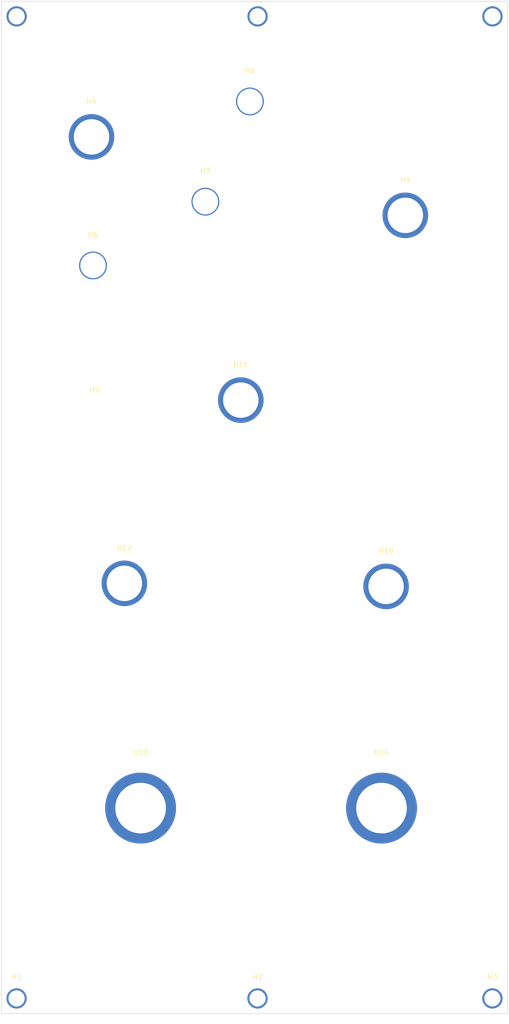
<source format=kicad_pcb>
(kicad_pcb (version 20171130) (host pcbnew "(5.1.5)-3")

  (general
    (thickness 1.6)
    (drawings 4)
    (tracks 0)
    (zones 0)
    (modules 14)
    (nets 2)
  )

  (page A4)
  (layers
    (0 F.Cu signal)
    (31 B.Cu signal)
    (32 B.Adhes user)
    (33 F.Adhes user)
    (34 B.Paste user)
    (35 F.Paste user)
    (36 B.SilkS user)
    (37 F.SilkS user)
    (38 B.Mask user)
    (39 F.Mask user)
    (40 Dwgs.User user)
    (41 Cmts.User user)
    (42 Eco1.User user)
    (43 Eco2.User user)
    (44 Edge.Cuts user)
    (45 Margin user)
    (46 B.CrtYd user)
    (47 F.CrtYd user)
    (48 B.Fab user)
    (49 F.Fab user)
  )

  (setup
    (last_trace_width 0.25)
    (trace_clearance 0.2)
    (zone_clearance 0.508)
    (zone_45_only no)
    (trace_min 0.2)
    (via_size 0.8)
    (via_drill 0.4)
    (via_min_size 0.4)
    (via_min_drill 0.3)
    (uvia_size 0.3)
    (uvia_drill 0.1)
    (uvias_allowed no)
    (uvia_min_size 0.2)
    (uvia_min_drill 0.1)
    (edge_width 0.1)
    (segment_width 0.2)
    (pcb_text_width 0.3)
    (pcb_text_size 1.5 1.5)
    (mod_edge_width 0.15)
    (mod_text_size 1 1)
    (mod_text_width 0.15)
    (pad_size 1.524 1.524)
    (pad_drill 0.762)
    (pad_to_mask_clearance 0)
    (aux_axis_origin 16.1 207.6)
    (grid_origin 16.1 207.6)
    (visible_elements 7FFFFFFF)
    (pcbplotparams
      (layerselection 0x010fc_ffffffff)
      (usegerberextensions false)
      (usegerberattributes false)
      (usegerberadvancedattributes false)
      (creategerberjobfile false)
      (excludeedgelayer true)
      (linewidth 0.100000)
      (plotframeref false)
      (viasonmask false)
      (mode 1)
      (useauxorigin false)
      (hpglpennumber 1)
      (hpglpenspeed 20)
      (hpglpendiameter 15.000000)
      (psnegative false)
      (psa4output false)
      (plotreference true)
      (plotvalue true)
      (plotinvisibletext false)
      (padsonsilk false)
      (subtractmaskfromsilk false)
      (outputformat 1)
      (mirror false)
      (drillshape 1)
      (scaleselection 1)
      (outputdirectory ""))
  )

  (net 0 "")
  (net 1 GND)

  (net_class Default "Ceci est la Netclass par défaut."
    (clearance 0.2)
    (trace_width 0.25)
    (via_dia 0.8)
    (via_drill 0.4)
    (uvia_dia 0.3)
    (uvia_drill 0.1)
    (add_net GND)
  )

  (module Kosmo_panel:Kosmo_Pot_Hole (layer F.Cu) (tedit 5EC0A7AC) (tstamp 5F0B65B8)
    (at 95.9 49.9)
    (descr "Mounting Hole 6mm")
    (tags "mounting hole 6mm")
    (path /5F0BE8D9)
    (attr virtual)
    (fp_text reference H9 (at 0 -7) (layer F.SilkS)
      (effects (font (size 1 1) (thickness 0.15)))
    )
    (fp_text value Pot_Hole (at 0 7) (layer F.Fab)
      (effects (font (size 1 1) (thickness 0.15)))
    )
    (fp_circle (center 0 0) (end 6.25 0) (layer F.CrtYd) (width 0.05))
    (fp_circle (center 0 0) (end 6 0) (layer Cmts.User) (width 0.15))
    (fp_text user %R (at 0.3 0) (layer F.Fab)
      (effects (font (size 1 1) (thickness 0.15)))
    )
    (pad 1 thru_hole circle (at 0 0) (size 9 9) (drill 7) (layers *.Cu *.Mask)
      (net 1 GND))
  )

  (module Kosmo_panel:Kosmo_Trimmer_Pot_Hole (layer F.Cu) (tedit 5EC12334) (tstamp 5F0B1EBB)
    (at 34.5 87.8)
    (descr "Mounting Hole 2.5mm, no annular")
    (tags "mounting hole 2.5mm no annular")
    (path /5F0BFE6D)
    (attr virtual)
    (fp_text reference H5 (at 0 -3.5) (layer F.SilkS)
      (effects (font (size 1 1) (thickness 0.15)))
    )
    (fp_text value Trimmer_Hole (at 0 3.5) (layer F.Fab)
      (effects (font (size 1 1) (thickness 0.15)))
    )
    (fp_circle (center 0 0) (end 2.25 0) (layer F.CrtYd) (width 0.05))
    (fp_circle (center 0 0) (end 2 0) (layer Cmts.User) (width 0.15))
    (fp_text user %R (at 0.3 0) (layer F.Fab)
      (effects (font (size 1 1) (thickness 0.15)))
    )
    (pad "" np_thru_hole circle (at 0 0) (size 2.5 2.5) (drill 2.5) (layers *.Cu *.Mask))
  )

  (module Kosmo_panel:Kosmo_Panel_Dual_Mounting_Holes locked (layer F.Cu) (tedit 5F0B1028) (tstamp 5F0B1DC6)
    (at 113.1 204.6)
    (descr "Mounting Hole 3.2mm, M3")
    (tags "mounting hole 3.2mm m3")
    (path /5F0B27C1)
    (attr virtual)
    (fp_text reference H3 (at 0 -4.2) (layer F.SilkS)
      (effects (font (size 1 1) (thickness 0.15)))
    )
    (fp_text value Panel (at 0 4.2) (layer F.Fab)
      (effects (font (size 1 1) (thickness 0.15)))
    )
    (fp_circle (center 0.0254 -193.9671) (end 3.2754 -193.9671) (layer F.CrtYd) (width 0.05))
    (fp_circle (center 0.0254 -193.9671) (end 3.0254 -193.9671) (layer Cmts.User) (width 0.15))
    (fp_text user %R (at 0.3127 -193.8782) (layer F.Fab)
      (effects (font (size 1 1) (thickness 0.15)))
    )
    (fp_text user %R (at 0.3 0) (layer F.Fab)
      (effects (font (size 1 1) (thickness 0.15)))
    )
    (fp_circle (center 0 0) (end 3 0) (layer Cmts.User) (width 0.15))
    (fp_circle (center 0 0) (end 3.25 0) (layer F.CrtYd) (width 0.05))
    (pad 1 thru_hole circle (at 0.0127 -194.0052) (size 4 4) (drill 3.2) (layers *.Cu *.Mask)
      (net 1 GND))
    (pad 1 thru_hole circle (at 0 0) (size 4 4) (drill 3.2) (layers *.Cu *.Mask)
      (net 1 GND))
  )

  (module Kosmo_panel:Kosmo_Jack_Hole (layer F.Cu) (tedit 5EC122B4) (tstamp 5F0B65E0)
    (at 91.2 167)
    (descr "Mounting Hole 6mm")
    (tags "mounting hole 6mm")
    (path /5F0CCB87)
    (attr virtual)
    (fp_text reference H14 (at 0 -11) (layer F.SilkS)
      (effects (font (size 1 1) (thickness 0.15)))
    )
    (fp_text value Jack_Hole (at 0 11) (layer F.Fab)
      (effects (font (size 1 1) (thickness 0.15)))
    )
    (fp_circle (center 0 0) (end 10 0) (layer F.CrtYd) (width 0.05))
    (fp_circle (center 0 0) (end 9.5 0) (layer Cmts.User) (width 0.15))
    (fp_text user %R (at 0.3 0) (layer F.Fab)
      (effects (font (size 1 1) (thickness 0.15)))
    )
    (pad 1 thru_hole circle (at 0 0) (size 14 14) (drill 10) (layers *.Cu *.Mask)
      (net 1 GND))
  )

  (module Kosmo_panel:Kosmo_Jack_Hole (layer F.Cu) (tedit 5EC122B4) (tstamp 5F0B65D8)
    (at 43.6 167)
    (descr "Mounting Hole 6mm")
    (tags "mounting hole 6mm")
    (path /5F0BCD70)
    (attr virtual)
    (fp_text reference H13 (at 0 -11) (layer F.SilkS)
      (effects (font (size 1 1) (thickness 0.15)))
    )
    (fp_text value Jack_Hole (at 0 11) (layer F.Fab)
      (effects (font (size 1 1) (thickness 0.15)))
    )
    (fp_circle (center 0 0) (end 10 0) (layer F.CrtYd) (width 0.05))
    (fp_circle (center 0 0) (end 9.5 0) (layer Cmts.User) (width 0.15))
    (fp_text user %R (at 0.3 0) (layer F.Fab)
      (effects (font (size 1 1) (thickness 0.15)))
    )
    (pad 1 thru_hole circle (at 0 0) (size 14 14) (drill 10) (layers *.Cu *.Mask)
      (net 1 GND))
  )

  (module Kosmo_panel:Kosmo_Pot_Hole (layer F.Cu) (tedit 5EC0A7AC) (tstamp 5F0B1E5B)
    (at 40.4 122.6)
    (descr "Mounting Hole 6mm")
    (tags "mounting hole 6mm")
    (path /5F0C91A3)
    (attr virtual)
    (fp_text reference H12 (at 0 -7) (layer F.SilkS)
      (effects (font (size 1 1) (thickness 0.15)))
    )
    (fp_text value Pot_Hole (at 0 7) (layer F.Fab)
      (effects (font (size 1 1) (thickness 0.15)))
    )
    (fp_circle (center 0 0) (end 6.25 0) (layer F.CrtYd) (width 0.05))
    (fp_circle (center 0 0) (end 6 0) (layer Cmts.User) (width 0.15))
    (fp_text user %R (at 0.3 0) (layer F.Fab)
      (effects (font (size 1 1) (thickness 0.15)))
    )
    (pad 1 thru_hole circle (at 0 0) (size 9 9) (drill 7) (layers *.Cu *.Mask)
      (net 1 GND))
  )

  (module Kosmo_panel:Kosmo_Pot_Hole (layer F.Cu) (tedit 5EC0A7AC) (tstamp 5F0B1F81)
    (at 63.4 86.4)
    (descr "Mounting Hole 6mm")
    (tags "mounting hole 6mm")
    (path /5F0C7411)
    (attr virtual)
    (fp_text reference H11 (at 0 -7) (layer F.SilkS)
      (effects (font (size 1 1) (thickness 0.15)))
    )
    (fp_text value Pot_Hole (at 0 7) (layer F.Fab)
      (effects (font (size 1 1) (thickness 0.15)))
    )
    (fp_circle (center 0 0) (end 6.25 0) (layer F.CrtYd) (width 0.05))
    (fp_circle (center 0 0) (end 6 0) (layer Cmts.User) (width 0.15))
    (fp_text user %R (at 0.3 0) (layer F.Fab)
      (effects (font (size 1 1) (thickness 0.15)))
    )
    (pad 1 thru_hole circle (at 0 0) (size 9 9) (drill 7) (layers *.Cu *.Mask)
      (net 1 GND))
  )

  (module Kosmo_panel:Kosmo_Pot_Hole (layer F.Cu) (tedit 5EC0A7AC) (tstamp 5F0B65C0)
    (at 92.1 123.2)
    (descr "Mounting Hole 6mm")
    (tags "mounting hole 6mm")
    (path /5F0C9197)
    (attr virtual)
    (fp_text reference H10 (at 0 -7) (layer F.SilkS)
      (effects (font (size 1 1) (thickness 0.15)))
    )
    (fp_text value Pot_Hole (at 0 7) (layer F.Fab)
      (effects (font (size 1 1) (thickness 0.15)))
    )
    (fp_circle (center 0 0) (end 6.25 0) (layer F.CrtYd) (width 0.05))
    (fp_circle (center 0 0) (end 6 0) (layer Cmts.User) (width 0.15))
    (fp_text user %R (at 0.3 0) (layer F.Fab)
      (effects (font (size 1 1) (thickness 0.15)))
    )
    (pad 1 thru_hole circle (at 0 0) (size 9 9) (drill 7) (layers *.Cu *.Mask)
      (net 1 GND))
  )

  (module Kosmo_panel:Kosmo_LED_Hole (layer F.Cu) (tedit 5EC1235A) (tstamp 5F0B65B0)
    (at 65.2 27.4)
    (descr "Mounting Hole 6mm")
    (tags "mounting hole 6mm")
    (path /5F0CDC08)
    (attr virtual)
    (fp_text reference H8 (at 0 -6) (layer F.SilkS)
      (effects (font (size 1 1) (thickness 0.15)))
    )
    (fp_text value Led_Hole (at 0 6) (layer F.Fab)
      (effects (font (size 1 1) (thickness 0.15)))
    )
    (fp_circle (center 0 0) (end 4.25 0) (layer F.CrtYd) (width 0.05))
    (fp_circle (center 0 0) (end 4 0) (layer Cmts.User) (width 0.15))
    (fp_text user %R (at 0.3 0) (layer F.Fab)
      (effects (font (size 1 1) (thickness 0.15)))
    )
    (pad 1 thru_hole circle (at 0 0) (size 5.5 5.5) (drill 5) (layers *.Cu *.Mask))
  )

  (module Kosmo_panel:Kosmo_LED_Hole (layer F.Cu) (tedit 5EC1235A) (tstamp 5F0B65A8)
    (at 56.4 47.2)
    (descr "Mounting Hole 6mm")
    (tags "mounting hole 6mm")
    (path /5F0CD82B)
    (attr virtual)
    (fp_text reference H7 (at 0 -6) (layer F.SilkS)
      (effects (font (size 1 1) (thickness 0.15)))
    )
    (fp_text value Led_Hole (at 0 6) (layer F.Fab)
      (effects (font (size 1 1) (thickness 0.15)))
    )
    (fp_circle (center 0 0) (end 4.25 0) (layer F.CrtYd) (width 0.05))
    (fp_circle (center 0 0) (end 4 0) (layer Cmts.User) (width 0.15))
    (fp_text user %R (at 0.3 0) (layer F.Fab)
      (effects (font (size 1 1) (thickness 0.15)))
    )
    (pad 1 thru_hole circle (at 0 0) (size 5.5 5.5) (drill 5) (layers *.Cu *.Mask))
  )

  (module Kosmo_panel:Kosmo_LED_Hole (layer F.Cu) (tedit 5EC1235A) (tstamp 5F0B677B)
    (at 34.2 59.8)
    (descr "Mounting Hole 6mm")
    (tags "mounting hole 6mm")
    (path /5F0BD9D5)
    (attr virtual)
    (fp_text reference H6 (at 0 -6) (layer F.SilkS)
      (effects (font (size 1 1) (thickness 0.15)))
    )
    (fp_text value Led_Hole (at 0 6) (layer F.Fab)
      (effects (font (size 1 1) (thickness 0.15)))
    )
    (fp_circle (center 0 0) (end 4.25 0) (layer F.CrtYd) (width 0.05))
    (fp_circle (center 0 0) (end 4 0) (layer Cmts.User) (width 0.15))
    (fp_text user %R (at 0.3 0) (layer F.Fab)
      (effects (font (size 1 1) (thickness 0.15)))
    )
    (pad 1 thru_hole circle (at 0 0) (size 5.5 5.5) (drill 5) (layers *.Cu *.Mask))
  )

  (module Kosmo_panel:Kosmo_Switch_Hole (layer F.Cu) (tedit 5EC0A7AC) (tstamp 5F0B6590)
    (at 33.9 34.4)
    (descr "Mounting Hole 6mm")
    (tags "mounting hole 6mm")
    (path /5F0BF34F)
    (attr virtual)
    (fp_text reference H4 (at 0 -7) (layer F.SilkS)
      (effects (font (size 1 1) (thickness 0.15)))
    )
    (fp_text value Switch_Hole (at 0 7) (layer F.Fab)
      (effects (font (size 1 1) (thickness 0.15)))
    )
    (fp_circle (center 0 0) (end 6.25 0) (layer F.CrtYd) (width 0.05))
    (fp_circle (center 0 0) (end 6 0) (layer Cmts.User) (width 0.15))
    (fp_text user %R (at 0.3 0) (layer F.Fab)
      (effects (font (size 1 1) (thickness 0.15)))
    )
    (pad 1 thru_hole circle (at 0 0) (size 9 9) (drill 7) (layers *.Cu *.Mask)
      (net 1 GND))
  )

  (module Kosmo_panel:Kosmo_Panel_Dual_Mounting_Holes locked (layer F.Cu) (tedit 5F0B1028) (tstamp 5F0B6588)
    (at 66.7 204.6)
    (descr "Mounting Hole 3.2mm, M3")
    (tags "mounting hole 3.2mm m3")
    (path /5F0B8330)
    (attr virtual)
    (fp_text reference H2 (at 0 -4.2) (layer F.SilkS)
      (effects (font (size 1 1) (thickness 0.15)))
    )
    (fp_text value Panel (at 0 4.2) (layer F.Fab)
      (effects (font (size 1 1) (thickness 0.15)))
    )
    (fp_circle (center 0.0254 -193.9671) (end 3.2754 -193.9671) (layer F.CrtYd) (width 0.05))
    (fp_circle (center 0.0254 -193.9671) (end 3.0254 -193.9671) (layer Cmts.User) (width 0.15))
    (fp_text user %R (at 0.3127 -193.8782) (layer F.Fab)
      (effects (font (size 1 1) (thickness 0.15)))
    )
    (fp_text user %R (at 0.3 0) (layer F.Fab)
      (effects (font (size 1 1) (thickness 0.15)))
    )
    (fp_circle (center 0 0) (end 3 0) (layer Cmts.User) (width 0.15))
    (fp_circle (center 0 0) (end 3.25 0) (layer F.CrtYd) (width 0.05))
    (pad 1 thru_hole circle (at 0.0127 -194.0052) (size 4 4) (drill 3.2) (layers *.Cu *.Mask)
      (net 1 GND))
    (pad 1 thru_hole circle (at 0 0) (size 4 4) (drill 3.2) (layers *.Cu *.Mask)
      (net 1 GND))
  )

  (module Kosmo_panel:Kosmo_Panel_Dual_Mounting_Holes locked (layer F.Cu) (tedit 5F0B1028) (tstamp 5F0B670C)
    (at 19.1 204.6)
    (descr "Mounting Hole 3.2mm, M3")
    (tags "mounting hole 3.2mm m3")
    (path /5F0B50B1)
    (attr virtual)
    (fp_text reference H1 (at 0 -4.2) (layer F.SilkS)
      (effects (font (size 1 1) (thickness 0.15)))
    )
    (fp_text value Panel (at 0 4.2) (layer F.Fab)
      (effects (font (size 1 1) (thickness 0.15)))
    )
    (fp_circle (center 0.0254 -193.9671) (end 3.2754 -193.9671) (layer F.CrtYd) (width 0.05))
    (fp_circle (center 0.0254 -193.9671) (end 3.0254 -193.9671) (layer Cmts.User) (width 0.15))
    (fp_text user %R (at 0.3127 -193.8782) (layer F.Fab)
      (effects (font (size 1 1) (thickness 0.15)))
    )
    (fp_text user %R (at 0.3 0) (layer F.Fab)
      (effects (font (size 1 1) (thickness 0.15)))
    )
    (fp_circle (center 0 0) (end 3 0) (layer Cmts.User) (width 0.15))
    (fp_circle (center 0 0) (end 3.25 0) (layer F.CrtYd) (width 0.05))
    (pad 1 thru_hole circle (at 0.0127 -194.0052) (size 4 4) (drill 3.2) (layers *.Cu *.Mask)
      (net 1 GND))
    (pad 1 thru_hole circle (at 0 0) (size 4 4) (drill 3.2) (layers *.Cu *.Mask)
      (net 1 GND))
  )

  (gr_line (start 116.1 7.6) (end 16.1 7.6) (layer Edge.Cuts) (width 0.1) (tstamp 5F0B66BA))
  (gr_line (start 116.1 207.6) (end 116.1 7.6) (layer Edge.Cuts) (width 0.1))
  (gr_line (start 16.1 207.6) (end 116.1 207.6) (layer Edge.Cuts) (width 0.1) (tstamp 5F0B1D4E))
  (gr_line (start 16.1 7.6) (end 16.1 207.6) (layer Edge.Cuts) (width 0.1))

)

</source>
